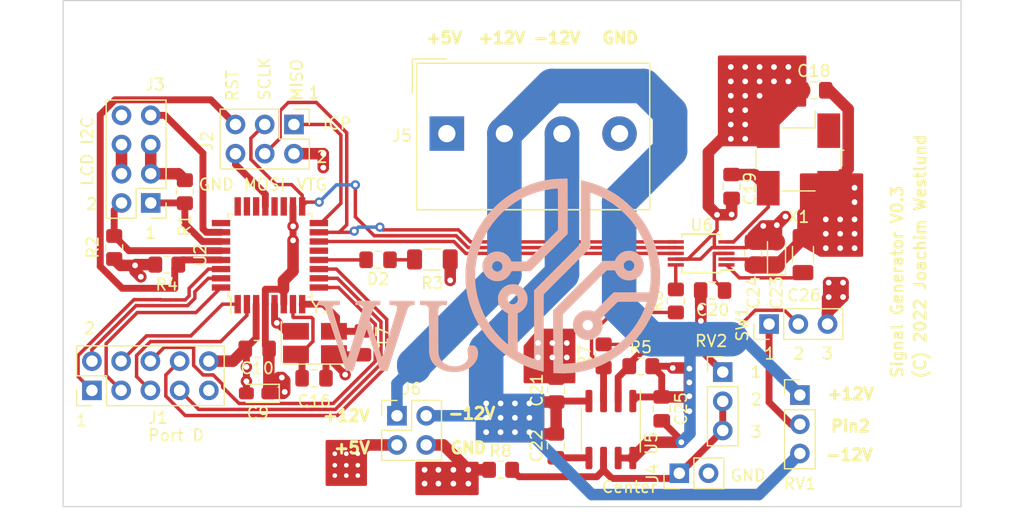
<source format=kicad_pcb>
(kicad_pcb (version 20211014) (generator pcbnew)
  (title_block (title "Signal Generator") (rev "0.3") (company "Joachim Westlund"))
  (layers (0 "F.Cu" signal) (1 "In1.Cu" power) (2 "In2.Cu" power) (31 "B.Cu" signal) (34 "B.Paste" user) (35 "F.Paste" user) (36 "B.SilkS" user "B.Silkscreen") (37 "F.SilkS" user "F.Silkscreen") (38 "B.Mask" user) (39 "F.Mask" user) (44 "Edge.Cuts" user))
  (net 0 "")
  (net 1 "+5V")
  (net 2 "GND")
  (net 3 "RESET")
  (net 4 "XTAL1")
  (net 5 "XTAL2")
  (net 6 "Net-(C19-Pad1)")
  (net 7 "Net-(C20-Pad1)")
  (net 8 "-12V")
  (net 9 "Net-(C22-Pad1)")
  (net 10 "+12V")
  (net 11 "Net-(C26-Pad1)")
  (net 12 "Net-(D2-Pad1)")
  (net 13 "Net-(D2-Pad2)")
  (net 14 "PD0")
  (net 15 "PD1")
  (net 16 "PD2")
  (net 17 "PD3")
  (net 18 "PD4")
  (net 19 "PD5")
  (net 20 "PD6")
  (net 21 "PD7")
  (net 22 "MISO")
  (net 23 "SCLK")
  (net 24 "MOSI")
  (net 25 "SDA")
  (net 26 "SCL")
  (net 27 "RX")
  (net 29 "Net-(J4-Pad1)")
  (net 30 "Net-(R5-Pad1)")
  (net 31 "Net-(R6-Pad1)")
  (net 32 "VOut")
  (net 33 "Net-(R7-Pad2)")
  (net 34 "Net-(RV1-Pad2)")
  (net 36 "FSYNC")
  (footprint "Connector_PinHeader_2.54mm:PinHeader_1x03_P2.54mm_Vertical" (layer "F.Cu") (at 184 108.775)
    (fp_text reference "RV1")
    (fp_text value "1k")
  )
  (footprint "Connector_PinHeader_2.54mm:PinHeader_1x03_P2.54mm_Vertical" (layer "F.Cu") (at 177.3 106.775)
    (fp_text reference "RV2")
    (fp_text value "25k")
  )
  (footprint "Connector_PinHeader_2.54mm:PinHeader_2x05_P2.54mm_Vertical" (layer "F.Cu") (at 122.50192 108.367377 90)
    (fp_text reference "J1")
    (fp_text value "Buss PD")
  )
  (footprint "Capacitor_SMD:C_0805_2012Metric_Pad1.18x1.45mm_HandSolder" (layer "F.Cu") (at 179.93916 96.446319 -90)
    (fp_text reference "C24")
    (fp_text value "100nF")
  )
  (footprint "MountingHole:MountingHole_3.2mm_M3" (layer "F.Cu") (at 124 114.475)
    (fp_text reference "REF**" hide)
    (fp_text value "MountingHole_3.2mm_M3")
  )
  (footprint "Resistor_SMD:R_1206_3216Metric_Pad1.30x1.75mm_HandSolder" (layer "F.Cu") (at 152.07692 96.982377)
    (fp_text reference "R3")
    (fp_text value "220")
  )
  (footprint "Connector_PinHeader_2.54mm:PinHeader_2x02_P2.54mm_Vertical" (layer "F.Cu") (at 149 110.575)
    (fp_text reference "J6")
    (fp_text value "Power")
  )
  (footprint "Connector_PinHeader_2.54mm:PinHeader_2x04_P2.54mm_Vertical" (layer "F.Cu") (at 127.61192 92.072377 180)
    (fp_text reference "J3")
    (fp_text value "I2C Display")
  )
  (footprint "Capacitor_SMD:C_0805_2012Metric_Pad1.18x1.45mm_HandSolder" (layer "F.Cu") (at 147.35692 97.012377 180)
    (fp_text reference "D2")
    (fp_text value "LED")
  )
  (footprint "Capacitor_SMD:C_0805_2012Metric_Pad1.18x1.45mm_HandSolder" (layer "F.Cu") (at 162.802255 113.192744 90)
    (fp_text reference "C22")
    (fp_text value "0nF")
  )
  (footprint "Capacitor_SMD:C_0805_2012Metric_Pad1.18x1.45mm_HandSolder" (layer "F.Cu") (at 178.06916 90.636319 -90)
    (fp_text reference "C19")
    (fp_text value "15pF")
  )
  (footprint "Capacitor_Tantalum_SMD:CP_EIA-2012-15_AVX-P_Pad1.30x1.05mm_HandSolder" (layer "F.Cu") (at 181.96916 96.436319 90)
    (fp_text reference "C23")
    (fp_text value "10uF")
  )
  (footprint "Capacitor_SMD:C_0805_2012Metric_Pad1.18x1.45mm_HandSolder" (layer "F.Cu") (at 176.41916 99.686319 180)
    (fp_text reference "C20")
    (fp_text value "100nF")
  )
  (footprint "Package_SO:MSOP-10_3x3mm_P0.5mm" (layer "F.Cu") (at 175.41916 96.456319 180)
    (fp_text reference "U6")
    (fp_text value "AD9833BRMZ")
  )
  (footprint "Capacitor_SMD:C_0805_2012Metric_Pad1.18x1.45mm_HandSolder" (layer "F.Cu") (at 141.79692 107.312377)
    (fp_text reference "C16")
    (fp_text value "22pF")
  )
  (footprint "Connector_PinHeader_2.54mm:PinHeader_1x02_P2.54mm_Vertical" (layer "F.Cu") (at 173.525 115.575 90)
    (fp_text reference "J4")
    (fp_text value "Conn_Coaxial")
  )
  (footprint "Resistor_SMD:R_0805_2012Metric_Pad1.20x1.40mm_HandSolder" (layer "F.Cu") (at 130.57692 91.092377 90)
    (fp_text reference "R1")
    (fp_text value "4.7k")
  )
  (footprint "Resistor_SMD:R_0805_2012Metric_Pad1.20x1.40mm_HandSolder" (layer "F.Cu") (at 170.177255 106.267744)
    (fp_text reference "R5")
    (fp_text value "1k")
  )
  (footprint "MountingHole:MountingHole_3.2mm_M3" (layer "F.Cu") (at 124 78.475)
    (fp_text reference "REF**" hide)
    (fp_text value "MountingHole_3.2mm_M3")
  )
  (footprint "Oscillator:Oscillator_SMD_Abracon_ASV-4Pin_7.0x5.1mm_HandSoldering" (layer "F.Cu") (at 183.87916 88.286319 180)
    (fp_text reference "X1")
    (fp_text value "Oscillator")
  )
  (footprint "MountingHole:MountingHole_3.2mm_M3" (layer "F.Cu") (at 194 114.475)
    (fp_text reference "REF**" hide)
    (fp_text value "MountingHole_3.2mm_M3")
  )
  (footprint "Resistor_SMD:R_0805_2012Metric_Pad1.20x1.40mm_HandSolder" (layer "F.Cu") (at 166.952255 105.367744 90)
    (fp_text reference "R7")
    (fp_text value "1k")
  )
  (footprint "Resistor_SMD:R_0805_2012Metric_Pad1.20x1.40mm_HandSolder" (layer "F.Cu") (at 158 115.275)
    (fp_text reference "R8")
    (fp_text value "50")
  )
  (footprint "TerminalBlock_Altech:Altech_AK300_1x04_P5.00mm_45-Degree" (layer "F.Cu") (at 153.33298 86.04202)
    (fp_text reference "J5")
    (fp_text value "Screw_Terminal_01x04")
  )
  (footprint "Capacitor_Tantalum_SMD:CP_EIA-2012-15_AVX-P_Pad1.30x1.05mm_HandSolder" (layer "F.Cu") (at 136.89692 108.622377 180)
    (fp_text reference "C9")
    (fp_text value "10uF")
  )
  (footprint "Capacitor_SMD:C_0805_2012Metric_Pad1.18x1.45mm_HandSolder" (layer "F.Cu") (at 146.03692 104.232377 -90)
    (fp_text reference "C17")
    (fp_text value "22pF")
  )
  (footprint "Connector_PinHeader_2.54mm:PinHeader_2x03_P2.54mm_Vertical" (layer "F.Cu") (at 140.05192 85.247377 -90)
    (fp_text reference "J2")
    (fp_text value "AVR-ICSP")
  )
  (footprint "Resistor_SMD:R_0805_2012Metric_Pad1.20x1.40mm_HandSolder" (layer "F.Cu") (at 173.227495 100.592504 90)
    (fp_text reference "R6")
    (fp_text value "1k")
  )
  (footprint "Capacitor_SMD:C_1206_3216Metric_Pad1.33x1.80mm_HandSolder" (layer "F.Cu") (at 184.26916 96.566319 90)
    (fp_text reference "C26")
    (fp_text value "10nF")
  )
  (footprint "Connector_PinHeader_2.54mm:PinHeader_1x03_P2.54mm_Vertical" (layer "F.Cu") (at 181.325 102.6 90)
    (fp_text reference "SW1")
    (fp_text value "SW_Push_SPDT")
  )
  (footprint "Crystal:Crystal_SMD_5032-4Pin_5.0x3.2mm Handsolder" (layer "F.Cu") (at 141.87692 104.232377)
    (fp_text reference "Y1")
    (fp_text value "Crystal_cfpx-104")
  )
  (footprint "Capacitor_SMD:C_0805_2012Metric_Pad1.18x1.45mm_HandSolder" (layer "F.Cu") (at 136.85692 104.762377 180)
    (fp_text reference "C10")
    (fp_text value "100nF")
  )
  (footprint "MountingHole:MountingHole_3.2mm_M3" (layer "F.Cu") (at 194 78.475)
    (fp_text reference "REF**" hide)
    (fp_text value "MountingHole_3.2mm_M3")
  )
  (footprint "Capacitor_SMD:C_0805_2012Metric_Pad1.18x1.45mm_HandSolder" (layer "F.Cu") (at 172 109.975 -90)
    (fp_text reference "C25")
    (fp_text value "100nF")
  )
  (footprint "Capacitor_SMD:C_0805_2012Metric_Pad1.18x1.45mm_HandSolder" (layer "F.Cu") (at 185.20916 82.276319)
    (fp_text reference "C18")
    (fp_text value "100nF")
  )
  (footprint "Package_QFP:TQFP-32_7x7mm_P0.8mm" (layer "F.Cu") (at 137.96692 96.622377 90)
    (fp_text reference "U2")
    (fp_text value "ATmega328-A")
  )
  (footprint "Resistor_SMD:R_0805_2012Metric_Pad1.20x1.40mm_HandSolder" (layer "F.Cu") (at 129.00692 97.432377 180)
    (fp_text reference "R4")
    (fp_text value "4.7k")
  )
  (footprint "Resistor_SMD:R_0805_2012Metric_Pad1.20x1.40mm_HandSolder" (layer "F.Cu") (at 124.43692 95.942377 -90)
    (fp_text reference "R2")
    (fp_text value "4.7k")
  )
  (footprint "Capacitor_SMD:C_0805_2012Metric_Pad1.18x1.45mm_HandSolder" (layer "F.Cu") (at 162.827255 108.342744 90)
    (fp_text reference "C21")
    (fp_text value "100nF")
  )
  (footprint "Package_SO:SOIC-8_3.9x4.9mm_P1.27mm" (layer "F.Cu") (at 167.581255 111.772744 -90)
    (fp_text reference "U5")
    (fp_text value "AD8021")
  )
  (footprint "LOGO" (layer "B.Cu") (at 157 98.375 180)
    (fp_text reference "")
    (fp_text value "" hide)
  )
  (gr_line (start 198 118.475) (end 120 118.475) (layer "Edge.Cuts") (width 0.1))
  (gr_line (start 198 74.475) (end 198 118.475) (layer "Edge.Cuts") (width 0.1))
  (gr_line (start 120 118.475) (end 120 74.475) (layer "Edge.Cuts") (width 0.1))
  (gr_line (start 120 74.475) (end 198 74.475) (layer "Edge.Cuts") (width 0.1))
  (gr_text "1" (at 180.2 106.775) (layer "F.SilkS") (effects (font (size 1 1))))
  (gr_text "2" (at 122.3 102.975) (layer "F.SilkS") (effects (font (size 1 1))))
  (gr_text "2" (at 122.5 92.175) (layer "F.SilkS") (effects (font (size 1 1))))
  (gr_text "3" (at 180.2 111.975) (layer "F.SilkS") (effects (font (size 1 1))))
  (gr_text "MOSI" (at 137.5 90.475) (layer "F.SilkS") (effects (font (size 1 1))))
  (gr_text "GND" (at 155.2 113.375) (layer "F.SilkS") (effects (font (size 1 1) (thickness 0.25))))
  (gr_text "(C) 2022 Joachim Westlund" (at 194.45 96.725 90) (layer "F.SilkS") (effects (font (size 1 1) (thickness 0.2))))
  (gr_text "-12V" (at 155.5 110.375) (layer "F.SilkS") (effects (font (size 1 1) (thickness 0.25))))
  (gr_text "GND" (at 179.5 115.775) (layer "F.SilkS") (effects (font (size 1 1))))
  (gr_text "1" (at 141.8 82.475) (layer "F.SilkS") (effects (font (size 1 1))))
  (gr_text "RST" (at 134.7 81.875 90) (layer "F.SilkS") (effects (font (size 1 1))))
  (gr_text "Center" (at 169.2 116.775) (layer "F.SilkS") (effects (font (size 1 1))))
  (gr_text "1" (at 127.6 94.675) (layer "F.SilkS") (effects (font (size 1 1))))
  (gr_text "GND" (at 168.4 77.725) (layer "F.SilkS") (effects (font (size 1 1) (thickness 0.25))))
  (gr_text "ICP" (at 143.8 85.175) (layer "F.SilkS") (effects (font (size 1 1))))
  (gr_text "1" (at 181.4 105.175) (layer "F.SilkS") (effects (font (size 1 1))))
  (gr_text "-12V" (at 188.3 113.975) (layer "F.SilkS") (effects (font (size 1 1) (thickness 0.25))))
  (gr_text "+5V" (at 153.1 77.725) (layer "F.SilkS") (effects (font (size 1 1) (thickness 0.25))))
  (gr_text "1" (at 121.6 110.975) (layer "F.SilkS") (effects (font (size 1 1))))
  (gr_text "MISO" (at 140.3 81.375 90) (layer "F.SilkS") (effects (font (size 1 1))))
  (gr_text "3" (at 186.4 105.175) (layer "F.SilkS") (effects (font (size 1 1))))
  (gr_text "2" (at 183.9 105.175) (layer "F.SilkS") (effects (font (size 1 1))))
  (gr_text "Pin2" (at 188.4 111.475) (layer "F.SilkS") (effects (font (size 1 1) (thickness 0.25))))
  (gr_text "2" (at 142.5 88.075) (layer "F.SilkS") (effects (font (size 1 1))))
  (gr_text "2" (at 180.2 109.175) (layer "F.SilkS") (effects (font (size 1 1))))
  (gr_text "LCD I2C" (at 122.1 87.575 90) (layer "F.SilkS") (effects (font (size 1 1))))
  (gr_text "Port D" (at 129.8 112.275) (layer "F.SilkS") (effects (font (size 1 1))))
  (gr_text "GND" (at 133.3 90.475) (layer "F.SilkS") (effects (font (size 1 1))))
  (gr_text "VTG" (at 141.6 90.475) (layer "F.SilkS") (effects (font (size 1 1))))
  (gr_text "+12V" (at 158.1 77.725) (layer "F.SilkS") (effects (font (size 1 1) (thickness 0.25))))
  (gr_text "+5V" (at 145.1 113.375) (layer "F.SilkS") (effects (font (size 1 1) (thickness 0.25))))
  (gr_text "Signal Generator V0.3" (at 192.45 98.925 90) (layer "F.SilkS") (effects (font (size 1 1) (thickness 0.2))))
  (gr_text "+12V" (at 144.6 110.575) (layer "F.SilkS") (effects (font (size 1 1) (thickness 0.25))))
  (gr_text "+12V" (at 188.4 108.675) (layer "F.SilkS") (effects (font (size 1 1) (thickness 0.25))))
  (gr_text "SCLK" (at 137.5 81.275 90) (layer "F.SilkS") (effects (font (size 1 1))))
  (gr_text "-12V" (at 162.9 77.725) (layer "F.SilkS") (effects (font (size 1 1) (thickness 0.25))))
  (segment (start 137.87192 108.622377) (end 139.127623 108.622377) (width 1) (layer "F.Cu") (net 1))
  (segment (start 137.56692 99.598355) (end 137.56692 100.872377) (width 0.6) (layer "F.Cu") (net 1))
  (segment (start 130.01692 89.532377) (end 130.57692 90.092377) (width 1) (layer "F.Cu") (net 1))
  (segment (start 126.25 97.5) (end 126.25 97.990357) (width 1) (layer "F.Cu") (net 1))
  (segment (start 149 113.115) (end 146.36 113.115) (width 1) (layer "F.Cu") (net 1))
  (segment (start 139.127623 108.622377) (end 139.25 108.5) (width 1) (layer "F.Cu") (net 1))
  (segment (start 186.5 90.795479) (end 186.50916 90.786319) (width 1) (layer "F.Cu") (net 1))
  (segment (start 179.96214 97.460839) (end 181.96916 97.460839) (width 1.5) (layer "F.Cu") (net 1))
  (segment (start 139.96692 92.372377) (end 139.96692 94.09192) (width 0.6) (layer "F.Cu") (net 1))
  (segment (start 137.87192 108.12808) (end 137.87192 104.784877) (width 1) (layer "F.Cu") (net 1))
  (segment (start 126.25 97.990357) (end 126.75 98.490357) (width 1) (layer "F.Cu") (net 1))
  (segment (start 137.592409 99.572866) (end 137.56692 99.598355) (width 0.6) (layer "F.Cu") (net 1))
  (segment (start 188.198671 83.917711) (end 186.557279 82.276319) (width 1) (layer "F.Cu") (net 1))
  (segment (start 139.96692 94.09192) (end 139.975 94.1) (width 0.6) (layer "F.Cu") (net 1))
  (segment (start 182.06909 97.411319) (end 181.96916 97.411319) (width 1) (layer "F.Cu") (net 1))
  (segment (start 140.05192 87.787377) (end 142.587377 87.787377) (width 1) (layer "F.Cu") (net 1))
  (segment (start 139.975 94.1) (end 139.975 95.325) (width 0.6) (layer "F.Cu") (net 1))
  (segment (start 142.6 87.8) (end 142.6 89) (width 1) (layer "F.Cu") (net 1))
  (segment (start 177.61916 96.956319) (end 179.41166 96.956319) (width 0.3) (layer "F.Cu") (net 1))
  (segment (start 184.26916 95.003819) (end 184.26916 95.211249) (width 1) (layer "F.Cu") (net 1))
  (segment (start 139.25 107.5) (end 139 107.25) (width 1) (layer "F.Cu") (net 1))
  (segment (start 127.61192 89.532377) (end 130.01692 89.532377) (width 1) (layer "F.Cu") (net 1))
  (segment (start 184.26916 93.026319) (end 186.50916 90.786319) (width 1) (layer "F.Cu") (net 1))
  (segment (start 184.26916 95.003819) (end 184.26916 93.026319) (width 1) (layer "F.Cu") (net 1))
  (segment (start 179.93916 97.483819) (end 179.96214 97.460839) (width 1.5) (layer "F.Cu") (net 1))
  (segment (start 186.557279 82.276319) (end 186.24666 82.276319) (width 1) (layer "F.Cu") (net 1))
  (segment (start 137.87192 108.12808) (end 138.75 107.25) (width 1) (layer "F.Cu") (net 1))
  (segment (start 126.317623 97.432377) (end 126.25 97.5) (width 1) (layer "F.Cu") (net 1))
  (segment (start 124.43692 96.942377) (end 124.994543 97.5) (width 1) (layer "F.Cu") (net 1))
  (segment (start 146.36 113.115) (end 145.6 113.875) (width 1) (layer "F.Cu") (net 1))
  (segment (start 139.16692 100.872377) (end 139.16692 99.598355) (width 0.6) (layer "F.Cu") (net 1))
  (segment (start 184.26916 95.211249) (end 182.06909 97.411319) (width 1) (layer "F.Cu") (net 1))
  (segment (start 127.61192 86.992377) (end 127.61192 89.532377) (width 1) (layer "F.Cu") (net 1))
  (segment (start 139.16692 99.598355) (end 139.141431 99.572866) (width 0.6) (layer "F.Cu") (net 1))
  (segment (start 139.975 95.325) (end 139.975 97.995732) (width 1) (layer "F.Cu") (net 1))
  (segment (start 138.75 107.25) (end 139 107.25) (width 1) (layer "F.Cu") (net 1))
  (segment (start 139.25 108.5) (end 139.25 107.5) (width 1) (layer "F.Cu") (net 1))
  (segment (start 137.56692 100.872377) (end 137.56692 104.434877) (width 0.6) (layer "F.Cu") (net 1))
  (segment (start 142.587377 87.787377) (end 142.6 87.8) (width 1) (layer "F.Cu") (net 1))
  (segment (start 179.41166 96.956319) (end 179.93916 97.483819) (width 0.3) (layer "F.Cu") (net 1))
  (segment (start 137.87192 104.784877) (end 137.89442 104.762377) (width 1) (layer "F.Cu") (net 1))
  (segment (start 137.87192 108.622377) (end 137.87192 108.12808) (width 1) (layer "F.Cu") (net 1))
  (segment (start 137.56692 104.434877) (end 137.89442 104.762377) (width 0.6) (layer "F.Cu") (net 1))
  (segment (start 124.994543 97.5) (end 126.25 97.5) (width 1) (layer "F.Cu") (net 1))
  (segment (start 128.00692 97.432377) (end 126.317623 97.432377) (width 1) (layer "F.Cu") (net 1))
  (segment (start 139.141431 99.572866) (end 137.592409 99.572866) (width 0.6) (layer "F.Cu") (net 1))
  (segment (start 139.141431 98.829301) (end 139.141431 99.572866) (width 1) (layer "F.Cu") (net 1))
  (segment (start 188.198671 89.096808) (end 188.198671 83.917711) (width 1) (layer "F.Cu") (net 1))
  (segment (start 139.975 97.995732) (end 139.141431 98.829301) (width 1) (layer "F.Cu") (net 1))
  (segment (start 186.50916 90.786319) (end 188.198671 89.096808) (width 1) (layer "F.Cu") (net 1))
  (via blind (at 143.6 115.775) (size 0.8) (drill 0.4) (layers "F.Cu" "In2.Cu") (net 1))
  (via blind (at 188.75 96) (size 1) (drill 0.5) (layers "F.Cu" "In2.Cu") (net 1))
  (via blind (at 139.25 108.5) (size 1) (drill 0.5) (layers "F.Cu" "In2.Cu") (net 1))
  (via blind (at 187.5 94.75) (size 1) (drill 0.5) (layers "F.Cu" "In2.Cu") (net 1))
  (via blind (at 145.6 113.875) (size 0.8) (drill 0.4) (layers "F.Cu" "In2.Cu") (net 1))
  (via blind (at 145.6 114.875) (size 0.8) (drill 0.4) (layers "F.Cu" "In2.Cu") (net 1))
  (via blind (at 187.5 96) (size 1) (drill 0.5) (layers "F.Cu" "In2.Cu") (net 1))
  (via blind (at 142.6 87.8) (size 1) (drill 0.5) (layers "F.Cu" "In2.Cu") (net 1))
  (via blind (at 188.75 92) (size 1) (drill 0.5) (layers "F.Cu" "In2.Cu") (net 1))
  (via blind (at 188.75 93.5) (size 1) (drill 0.5) (layers "F.Cu" "In2.Cu") (net 1))
  (via blind (at 144.6 113.875) (size 0.8) (drill 0.4) (layers "F.Cu" "In2.Cu") (net 1))
  (via blind (at 186.25 96) (size 1) (drill 0.5) (layers "F.Cu" "In2.Cu") (net 1))
  (via blind (at 144.6 114.875) (size 0.8) (drill 0.4) (layers "F.Cu" "In2.Cu") (net 1))
  (via blind (at 139.975 95.325) (size 1) (drill 0.5) (layers "F.Cu" "In2.Cu") (net 1))
  (via blind (at 188.75 90.75) (size 1) (drill 0.5) (layers "F.Cu" "In2.Cu") (net 1))
  (via blind (at 143.6 114.875) (size 0.8) (drill 0.4) (layers "F.Cu" "In2.Cu") (net 1))
  (via blind (at 142.6 89) (size 1) (drill 0.5) (layers "F.Cu" "In2.Cu") (net 1))
  (via blind (at 186.25 94.75) (size 1) (drill 0.5) (layers "F.Cu" "In2.Cu") (net 1))
  (via blind (at 126.25 97.5) (size 1) (drill 0.5) (layers "F.Cu" "In2.Cu") (net 1))
  (via blind (at 187.5 93.5) (size 1) (drill 0.5) (layers "F.Cu" "In2.Cu") (net 1))
  (via blind (at 188.75 94.75) (size 1) (drill 0.5) (layers "F.Cu" "In2.Cu") (net 1))
  (via blind (at 145.6 115.775) (size 0.8) (drill 0.4) (layers "F.Cu" "In2.Cu") (net 1))
  (via blind (at 139.975 94.1) (size 1) (drill 0.5) (layers "F.Cu" "In2.Cu") (net 1))
  (via blind (at 144.6 115.775) (size 0.8) (drill 0.4) (layers "F.Cu" "In2.Cu") (net 1))
  (via blind (at 186.25 93.5) (size 1) (drill 0.5) (layers "F.Cu" "In2.Cu") (net 1))
  (via blind (at 139 107.25) (size 1) (drill 0.5) (layers "F.Cu" "In2.Cu") (net 1))
  (via blind (at 126.75 98.490357) (size 1) (drill 0.5) (layers "F.Cu" "In2.Cu") (net 1))
  (via blind (at 143.6 113.875) (size 0.8) (drill 0.4) (layers "F.Cu" "In2.Cu") (net 1))
  (segment (start 187.75 99) (end 186.5 100.25) (width 1) (layer "F.Cu") (net 2))
  (segment (start 135.92192 107.57808) (end 135.92192 106.32808) (width 0.6) (layer "F.Cu") (net 2))
  (segment (start 178.05 93.1) (end 178.075 93.075) (width 1) (layer "F.Cu") (net 2))
  (segment (start 181.96916 95.21916) (end 180.819516 94.069516) (width 1) (layer "F.Cu") (net 2))
  (segment (start 176.05 92.35) (end 176.05 87.675) (width 1) (layer "F.Cu") (net 2))
  (segment (start 146.03692 105.269877) (end 143.56442 105.269877) (width 0.6) (layer "F.Cu") (net 2))
  (segment (start 175.38166 99.686319) (end 175.38166 101.15666) (width 1) (layer "F.Cu") (net 2))
  (segment (start 181.91666 95.408819) (end 181.96916 95.461319) (width 1.5) (layer "F.Cu") (net 2))
  (segment (start 176.569649 94.654851) (end 176.8 94.424501) (width 0.3) (layer "F.Cu") (net 2))
  (segment (start 175.363711 96.956319) (end 176.363711 95.956319) (width 0.3) (layer "F.Cu") (net 2))
  (segment (start 174.4 107.675) (end 174.4 108.875) (width 1) (layer "F.Cu") (net 2))
  (segment (start 135.92192 106.32808) (end 135.92192 104.864877) (width 0.6) (layer "F.Cu") (net 2))
  (segment (start 174.3375 108.9375) (end 174.4 108.875) (width 1) (layer "F.Cu") (net 2))
  (segment (start 172.955251 106.419749) (end 174.344749 106.419749) (width 1) (layer "F.Cu") (net 2))
  (segment (start 176.569649 95.95583) (end 176.569649 94.654851) (width 0.3) (layer "F.Cu") (net 2))
  (segment (start 174.4 106.475) (end 174.4 107.675) (width 1) (layer "F.Cu") (net 2))
  (segment (start 143.56442 105.269877) (end 143.52692 105.232377) (width 0.6) (layer "F.Cu") (net 2))
  (segment (start 186.405 101.595) (end 187.75 100.25) (width 1) (layer "F.Cu") (net 2))
  (segment (start 175.4 101.175) (end 175.4 102.15) (width 1) (layer "F.Cu") (net 2))
  (segment (start 177.225 86.5) (end 178 86.5) (width 1) (layer "F.Cu") (net 2))
  (segment (start 125.07192 86.992377) (end 125.07192 89.532377) (width 1) (layer "F.Cu") (net 2))
  (segment (start 179.39166 95.956319) (end 179.93916 95.408819) (width 0.3) (layer "F.Cu") (net 2))
  (segment (start 181.96916 94.28084) (end 181.96916 94.03084) (width 1) (layer "F.Cu") (net 2))
  (segment (start 173.21916 96.956319) (end 175.363711 96.956319) (width 0.3) (layer "F.Cu") (net 2))
  (segment (start 174.268182 96.956319) (end 176.8 94.424501) (width 0.3) (layer "F.Cu") (net 2))
  (segment (start 186.405 100.345) (end 186.5 100.25) (width 1) (layer "F.Cu") (net 2))
  (segment (start 142.83442 105.924877) (end 143.52692 105.232377) (width 0.6) (layer "F.Cu") (net 2))
  (segment (start 138.36692 102.3005) (end 138.56642 102.5) (width 0.6) (layer "F.Cu") (net 2))
  (segment (start 181.96916 95.461319) (end 181.96916 94.28084) (width 1) (layer "F.Cu") (net 2))
  (segment (start 178.075 91.679659) (end 178.06916 91.673819) (width 1) (layer "F.Cu") (net 2))
  (segment (start 153.62692 98.79808) (end 153.625 98.8) (width 1) (layer "F.Cu") (net 2))
  (segment (start 176.8 93.1) (end 178.05 93.1) (width 1) (layer "F.Cu") (net 2))
  (segment (start 179.93916 95.408819) (end 181.91666 95.408819) (width 1.5) (layer "F.Cu") (net 2))
  (segment (start 172 108.9375) (end 169.846499 108.9375) (width 0.6) (layer "F.Cu") (net 2))
  (segment (start 151.54 113.115) (end 153.04 113.115) (width 1) (layer "F.Cu") (net 2))
  (segment (start 172.803246 106.267744) (end 172.955251 106.419749) (width 0.6) (layer "F.Cu") (net 2))
  (segment (start 186.5 99) (end 187.5 99) (width 1) (layer "F.Cu") (net 2))
  (segment (start 143.52692 105.232377) (end 143.52692 106.02692) (width 0.6) (layer "F.Cu") (net 2))
  (segment (start 186.5 100.25) (end 187.5 100.25) (width 1) (layer "F.Cu") (net 2))
  (segment (start 153.62692 96.982377) (end 153.62692 98.79808) (width 1) (layer "F.Cu") (net 2))
  (segment (start 181.930484 94.069516) (end 182 94) (width 1) (layer "F.Cu") (net 2))
  (segment (start 135.92192 104.864877) (end 135.81942 104.762377) (width 0.6) (layer "F.Cu") (net 2))
  (segment (start 176.570138 95.956319) (end 176.569649 95.95583) (width 0.3) (layer "F.Cu") (net 2))
  (segment (start 172 108.9375) (end 174.3375 108.9375) (width 1) (layer "F.Cu") (net 2))
  (segment (start 134.97192 88.72192) (end 134.97192 87.787377) (width 0.6) (layer "F.Cu") (net 2))
  (segment (start 172 107.090489) (end 171.177255 106.267744) (width 0.6) (layer "F.Cu") (net 2))
  (segment (start 134.75442 105.827377) (end 135.81942 104.762377) (width 1) (layer "F.Cu") (net 2))
  (segment (start 173.21916 96.956319) (end 174.268182 96.956319) (width 0.3) (layer "F.Cu") (net 2))
  (segment (start 182 94) (end 182.75 93.25) (width 1) (layer "F.Cu") (net 2))
  (segment (start 176.8 94.424501) (end 176.8 93.1) (width 0.3) (layer "F.Cu") (net 2))
  (segment (start 180.819516 94.069516) (end 181.930484 94.069516) (width 1) (layer "F.Cu") (net 2))
  (segment (start 142.83442 107.312377) (end 142.83442 105.924877) (width 0.6) (layer "F.Cu") (net 2))
  (segment (start 178.075 93.075) (end 178.075 91.679659) (width 1) (layer "F.Cu") (net 2))
  (segment (start 171.177255 106.267744) (end 172.803246 106.267744) (width 0.6) (layer "F.Cu") (net 2))
  (segment (start 186.405 102.6) (end 186.405 101.595) (width 1) (layer "F.Cu") (net 2))
  (segment (start 187.75 100.25) (end 187.75 99) (width 1) (layer "F.Cu") (net 2))
  (segment (start 174.344749 106.419749) (end 174.4 106.475) (width 1) (layer "F.Cu") (net 2))
  (segment (start 176.8 93.1) (end 176.05 92.35) (width 1) (layer "F.Cu") (net 2))
  (segment (start 186.405 102.6) (end 186.405 100.345) (width 1) (layer "F.Cu") (net 2))
  (segment (start 175.38166 101.15666) (end 175.4 101.175) (width 1) (layer "F.Cu") (net 2))
  (segment (start 136.76692 100.872377) (end 136.76692 103.814877) (width 0.6) (layer "F.Cu") (net 2))
  (segment (start 181.96916 94.03084) (end 182 94) (width 1) (layer "F.Cu") (net 2))
  (segment (start 137.56692 91.31692) (end 134.97192 88.72192) (width 0.6) (layer "F.Cu") (net 2))
  (segment (start 181.24916 85.198819) (end 184.17166 82.276319) (width 1.5) (layer "F.Cu") (net 2))
  (segment (start 179.93916 94.949872) (end 180.819516 94.069516) (width 1) (layer "F.Cu") (net 2))
  (segment (start 177.61916 95.956319) (end 176.570138 95.956319) (width 0.3) (layer "F.Cu") (net 2))
  (segment (start 186.5 100.25) (end 186.5 99) (width 1) (layer "F.Cu") (net 2))
  (segment (start 176.05 87.675) (end 177.225 86.5) (width 1) (layer "F.Cu") (net 2))
  (segment (start 135.92192 108.622377) (end 135.92192 107.57808) (width 0.6) (layer "F.Cu") (net 2))
  (segment (start 139.298797 103.232377) (end 138.56642 102.5) (width 0.6) (layer "F.Cu") (net 2))
  (segment (start 179.93916 95.408819) (end 179.93916 94.949872) (width 1) (layer "F.Cu") (net 2))
  (segment (start 143.52692 106.02692) (end 144.5 107) (width 0.6) (layer "F.Cu") (net 2))
  (segment (start 174.4 108.875) (end 174.4 110.175) (width 1) (layer "F.Cu") (net 2))
  (segment (start 153.04 113.115) (end 155.2 115.275) (width 1) (layer "F.Cu") (net 2))
  (segment (start 136.76692 103.814877) (end 135.81942 104.762377) (width 0.6) (layer "F.Cu") (net 2))
  (segment (start 169.846499 108.9375) (end 169.486255 109.297744) (width 0.6) (layer "F.Cu") (net 2))
  (segment (start 172 108.9375) (end 172 107.090489) (width 0.6) (layer "F.Cu") (net 2))
  (segment (start 132.66192 105.827377) (end 134.75442 105.827377) (width 1) (layer "F.Cu") (net 2))
  (segment (start 177.61916 95.956319) (end 179.39166 95.956319) (width 0.3) (layer "F.Cu") (net 2))
  (segment (start 138.36692 100.872377) (end 138.36692 102.3005) (width 0.6) (layer "F.Cu") (net 2))
  (segment (start 157 115.275) (end 155.2 115.275) (width 1) (layer "F.Cu") (net 2))
  (segment (start 181.96916 95.461319) (end 181.96916 95.21916) (width 1) (layer "F.Cu") (net 2))
  (segment (start 181.24916 85.786319) (end 181.24916 85.198819) (width 1.5) (layer "F.Cu") (net 2))
  (segment (start 176.363711 95.956319) (end 177.61916 95.956319) (width 0.3) (layer "F.Cu") (net 2))
  (segment (start 137.56692 92.372377) (end 137.56692 91.31692) (width 0.6) (layer "F.Cu") (net 2))
  (via blind (at 186.5 100.25) (size 1) (drill 0.5) (layers "F.Cu" "In1.Cu") (net 2))
  (via blind (at 181.75 81.5) (size 1) (drill 0.5) (layers "F.Cu" "In1.Cu") (net 2))
  (via blind (at 182 94) (size 1) (drill 0.5) (layers "F.Cu" "In1.Cu") (net 2))
  (via blind (at 161.25 105.5) (size 1) (drill 0.5) (layers "F.Cu" "In1.Cu") (net 2))
  (via blind (at 163.75 104.25) (size 1) (drill 0.5) (layers "F.Cu" "In1.Cu") (net 2))
  (via blind (at 153.625 98.8) (size 1) (drill 0.5) (layers "F.Cu" "In1.Cu") (net 2))
  (via blind (at 179.25 80.25) (size 1) (drill 0.5) (layers "F.Cu" "In1.Cu") (net 2))
  (via blind (at 178 86.5) (size 1) (drill 0.5) (layers "F.Cu" "In1.Cu") (net 2))
  (via blind (at 182.75 93.25) (size 1) (drill 0.5) (layers "F.Cu" "In1.Cu") (net 2))
  (via blind (at 161.25 104.25) (size 1) (drill 0.5) (layers "F.Cu" "In1.Cu") (net 2))
  (via blind (at 155.2 115.275) (size 1) (drill 0.5) (layers "F.Cu" "In1.Cu") (net 2))
  (via blind (at 180.5 80.25) (size 1) (drill 0.5) (layers "F.Cu" "In1.Cu") (net 2))
  (via blind (at 135.92192 107.57808) (size 1) (drill 0.5) (layers "F.Cu" "In1.Cu") (net 2))
  (via blind (at 152.6 115.275) (size 1) (drill 0.5) (layers "F.Cu" "In1.Cu") (net 2))
  (via blind (at 178 81.5) (size 1) (drill 0.5) (layers "F.Cu" "In1.Cu") (net 2))
  (via blind (at 179.25 85.25) (size 1) (drill 0.5) (layers "F.Cu" "In1.Cu") (net 2))
  (via blind (at 174.4 106.475) (size 1) (drill 0.5) (layers "F.Cu" "In1.Cu") (net 2))
  (via blind (at 135.92192 106.32808) (size 1) (drill 0.5) (layers "F.Cu" "In1.Cu") (net 2))
  (via blind (at 183 81.5) (size 1) (drill 0.5) (layers "F.Cu" "In1.Cu") (net 2))
  (via blind (at 178 84) (size 1) (drill 0.5) (layers "F.Cu" "In1.Cu") (net 2))
  (via blind (at 183 80.25) (size 1) (drill 0.5) (layers "F.Cu" "In1.Cu") (net 2))
  (via blind (at 144.5 107) (size 1) (drill 0.5) (layers "F.Cu" "In1.Cu") (net 2))
  (via blind (at 178.075 93.075) (size 1) (drill 0.5) (layers "F.Cu" "In1.Cu") (net 2))
  (via blind (at 174.4 107.675) (size 1) (drill 0.5) (layers "F.Cu" "In1.Cu") (net 2))
  (via blind (at 180.5 82.75) (size 1) (drill 0.5) (layers "F.Cu" "In1.Cu") (net 2))
  (via blind (at 187.75 100.25) (size 1) (drill 0.5) (layers "F.Cu" "In1.Cu") (net 2))
  (via blind (at 178 85.25) (size 1) (drill 0.5) (layers "F.Cu" "In1.Cu") (net 2))
  (via blind (at 175.4 101.175) (size 1) (drill 0.5) (layers "F.Cu" "In1.Cu") (net 2))
  (via blind (at 178 80.25) (size 1) (drill 0.5) (layers "F.Cu" "In1.Cu") (net 2))
  (via blind (at 187.75 99) (size 1) (drill 0.5) (layers "F.Cu" "In1.Cu") (net 2))
  (via blind (at 152.6 116.475) (size 1) (drill 0.5) (layers "F.Cu" "In1.Cu") (net 2))
  (via blind (at 179.25 86.5) (size 1) (drill 0.5) (layers "F.Cu" "In1.Cu") (net 2))
  (via blind (at 172.955251 106.419749) (size 1) (drill 0.5) (layers "F.Cu" "In1.Cu") (net 2))
  (via blind (at 138.56642 102.5) (size 1) (drill 0.5) (layers "F.Cu" "In1.Cu") (net 2))
  (via blind (at 163.75 105.5) (size 1) (drill 0.5) (layers "F.Cu" "In1.Cu") (net 2))
  (via blind (at 162.5 104.25) (size 1) (drill 0.5) (layers "F.Cu" "In1.Cu") (net 2))
  (via blind (at 179.25 82.75) (size 1) (drill 0.5) (layers "F.Cu" "In1.Cu") (net 2))
  (via blind (at 180.5 81.5) (size 1) (drill 0.5) (layers "F.Cu" "In1.Cu") (net 2))
  (via blind (at 176.8 93.1) (size 1) (drill 0.5) (layers "F.Cu" "In1.Cu") (net 2))
  (via blind (at 179.25 81.5) (size 1) (drill 0.5) (layers "F.Cu" "In1.Cu") (net 2))
  (via blind (at 151.4 116.475) (size 1) (drill 0.5) (layers "F.Cu" "In1.Cu") (net 2))
  (via blind (at 162.5 105.5) (size 1) (drill 0.5) (layers "F.Cu" "In1.Cu") (net 2))
  (via blind (at 155.2 116.475) (size 1) (drill 0.5) (layers "F.Cu" "In1.Cu") (net 2))
  (via blind (at 153.9 116.475) (size 1) (drill 0.5) (layers "F.Cu" "In1.Cu") (net 2))
  (via blind (at 153.9 115.275) (size 1) (drill 0.5) (layers "F.Cu" "In1.Cu") (net 2))
  (via blind (at 179.25 84) (size 1) (drill 0.5) (layers "F.Cu" "In1.Cu") (net 2))
  (via blind (at 181.75 80.25) (size 1) (drill 0.5) (layers "F.Cu" "In1.Cu") (net 2))
  (via blind (at 151.4 115.275) (size 1) (drill 0.5) (layers "F.Cu" "In1.Cu") (net 2))
  (via blind (at 178 82.75) (size 1) (drill 0.5) (layers "F.Cu" "In1.Cu") (net 2))
  (via blind (at 174.4 108.875) (size 1) (drill 0.5) (layers "F.Cu" "In1.Cu") (net 2))
  (via blind (at 174.4 110.175) (size 1) (drill 0.5) (layers "F.Cu" "In1.Cu") (net 2))
  (via blind (at 186.5 99) (size 1) (drill 0.5) (layers "F.Cu" "In1.Cu") (net 2))
  (via blind (at 175.4 102.325) (size 1) (drill 0.5) (layers "F.Cu" "In1.Cu") (net 2))
  (via blind (at 180.819516 94.069516) (size 1) (drill 0.5) (layers "F.Cu" "In1.Cu") (net 2))
  (segment (start 129.69692 99.489877) (end 129.69692 97.742377) (width 0.6) (layer "F.Cu") (net 3))
  (segment (start 124.512933 83.102866) (end 123.22692 84.388879) (width 0.6) (layer "F.Cu") (net 3))
  (segment (start 125.124439 99.489877) (end 129.69692 99.489877) (width 0.6) (layer "F.Cu") (net 3))
  (segment (start 134.97192 85.247377) (end 132.827409 83.102866) (width 0.6) (layer "F.Cu") (net 3))
  (segment (start 133.71692 97.022377) (end 130.41692 97.022377) (width 0.6) (layer "F.Cu") (net 3))
  (segment (start 123.22692 97.592358) (end 125.124439 99.489877) (width 0.6) (layer "F.Cu") (net 3))
  (segment (start 130.41692 97.022377) (end 130.00692 97.432377) (width 0.6) (layer "F.Cu") (net 3))
  (segment (start 132.827409 83.102866) (end 124.512933 83.102866) (width 0.6) (layer "F.Cu") (net 3))
  (segment (start 123.22692 84.388879) (end 123.22692 97.592358) (width 0.6) (layer "F.Cu") (net 3))
  (segment (start 129.69692 97.742377) (end 130.00692 97.432377) (width 0.6) (layer "F.Cu") (net 3))
  (segment (start 141.565453 102.021888) (end 141.701431 102.157866) (width 0.3) (layer "F.Cu") (net 4))
  (segment (start 139.96692 101.972377) (end 140.016431 102.021888) (width 0.3) (layer "F.Cu") (net 4))
  (segment (start 140.016431 102.021888) (end 141.565453 102.021888) (width 0.3) (layer "F.Cu") (net 4))
  (segment (start 141.701431 104.105457) (end 140.574511 105.232377) (width 0.3) (layer "F.Cu") (net 4))
  (segment (start 140.75942 105.764877) (end 140.22692 105.232377) (width 0.6) (layer "F.Cu") (net 4))
  (segment (start 141.701431 102.157866) (end 141.701431 104.105457) (width 0.3) (layer "F.Cu") (net 4))
  (segment (start 139.96692 100.872377) (end 139.96692 101.972377) (width 0.3) (layer "F.Cu") (net 4))
  (segment (start 140.75942 107.312377) (end 140.75942 105.764877) (width 0.6) (layer "F.Cu") (net 4))
  (segment (start 140.574511 105.232377) (end 140.22692 105.232377) (width 0.3) (layer "F.Cu") (net 4))
  (segment (start 143.75 103.009297) (end 143.52692 103.232377) (width 0.6) (layer "F.Cu") (net 5))
  (segment (start 143.52692 103.232377) (end 145.99942 103.232377) (width 0.6) (layer "F.Cu") (net 5))
  (segment (start 142.622377 100.872377) (end 143.75 102) (width 0.6) (layer "F.Cu") (net 5))
  (segment (start 140.76692 100.872377) (end 142.622377 100.872377) (width 0.6) (layer "F.Cu") (net 5))
  (segment (start 145.99942 103.232377) (end 146.03692 103.194877) (width 0.6) (layer "F.Cu") (net 5))
  (segment (start 143.75 102) (end 143.75 103.009297) (width 0.6) (layer "F.Cu") (net 5))
  (segment (start 178.231311 95.456319) (end 181.24916 92.43847) (width 0.3) (layer "F.Cu") (net 6))
  (segment (start 177.61916 95.456319) (end 178.231311 95.456319) (width 0.3) (layer "F.Cu") (net 6))
  (segment (start 181.24916 90.786319) (end 180.06166 89.598819) (width 1) (layer "F.Cu") (net 6))
  (segment (start 181.24916 92.43847) (end 181.24916 90.786319) (width 0.3) (layer "F.Cu") (net 6))
  (segment (start 180.06166 89.598819) (end 178.06916 89.598819) (width 1) (layer "F.Cu") (net 6))
  (segment (start 176.570138 96.456319) (end 177.61916 96.456319) (width 0.3) (layer "F.Cu") (net 7))
  (segment (start 176.569649 96.456808) (end 176.570138 96.456319) (width 0.3) (layer "F.Cu") (net 7))
  (segment (start 176.569649 98.799308) (end 176.569649 96.456808) (width 0.3) (layer "F.Cu") (net 7))
  (segment (start 177.45666 99.686319) (end 176.569649 98.799308) (width 0.3) (layer "F.Cu") (net 7))
  (segment (start 162.827255 112.130244) (end 162.802255 112.155244) (width 1) (layer "F.Cu") (net 8))
  (segment (start 160.655244 112.155244) (end 160.5 112) (width 1) (layer "F.Cu") (net 8))
  (segment (start 160.619756 109.380244) (end 160.5 109.5) (width 1) (layer "F.Cu") (net 8))
  (segment (start 162.827255 109.380244) (end 160.619756 109.380244) (width 1) (layer "F.Cu") (net 8))
  (segment (start 162.827255 109.380244) (end 162.827255 112.130244) (width 1) (layer "F.Cu") (net 8))
  (segment (start 162.909755 109.297744) (end 162.827255 109.380244) (width 0.6) (layer "F.Cu") (net 8))
  (segment (start 165.676255 109.297744) (end 162.909755 109.297744) (width 0.6) (layer "F.Cu") (net 8))
  (segment (start 162.802255 112.155244) (end 160.655244 112.155244) (width 1) (layer "F.Cu") (net 8))
  (via (at 160.5 112) (size 1) (drill 0.5) (layers "F.Cu" "B.Cu") (net 8))
  (via (at 159.25 110.75) (size 1) (drill 0.5) (layers "F.Cu" "B.Cu") (net 8))
  (via (at 156.75 109.5) (size 1) (drill 0.5) (layers "F.Cu" "B.Cu") (net 8))
  (via (at 158 110.75) (size 1) (drill 0.5) (layers "F.Cu" "B.Cu") (net 8))
  (via (at 159.25 109.5) (size 1) (drill 0.5) (layers "F.Cu" "B.Cu") (net 8))
  (via (at 158 112) (size 1) (drill 0.5) (layers "F.Cu" "B.Cu") (net 8))
  (via (at 156.75 112) (size 1) (drill 0.5) (layers "F.Cu" "B.Cu") (net 8))
  (via (at 159.25 112) (size 1) (drill 0.5) (layers "F.Cu" "B.Cu") (net 8))
  (via (at 160.5 110.75) (size 1) (drill 0.5) (layers "F.Cu" "B.Cu") (net 8))
  (via (at 160.5 109.5) (size 1) (drill 0.5) (layers "F.Cu" "B.Cu") (net 8))
  (via (at 158 109.5) (size 1) (drill 0.5) (layers "F.Cu" "B.Cu") (net 8))
  (via (at 156.75 110.75) (size 1) (drill 0.5) (layers "F.Cu" "B.Cu") (net 8))
  (segment (start 163.33298 98.24202) (end 163.33298 86.04202) (width 3) (layer "B.Cu") (net 8))
  (segment (start 160.5 112) (end 165.924511 117.424511) (width 1) (layer "B.Cu") (net 8))
  (segment (start 156.75 104.825) (end 163.33298 98.24202) (width 3) (layer "B.Cu") (net 8))
  (segment (start 155.675 110.575) (end 156.75 109.5) (width 1) (layer "B.Cu") (net 8))
  (segment (start 151.54 110.575) (end 155.675 110.575) (width 1) (layer "B.Cu") (net 8))
  (segment (start 165.924511 117.424511) (end 180.430489 117.424511) (width 1) (layer "B.Cu") (net 8))
  (segment (start 156.75 109.5) (end 156.75 104.825) (width 3) (layer "B.Cu") (net 8))
  (segment (start 180.430489 117.424511) (end 184 113.855) (width 1) (layer "B.Cu") (net 8))
  (segment (start 165.658755 114.230244) (end 165.676255 114.247744) (width 0.6) (layer "F.Cu") (net 9))
  (segment (start 162.802255 114.230244) (end 165.658755 114.230244) (width 0.6) (layer "F.Cu") (net 9))
  (segment (start 173.7 112.875) (end 170.858999 112.875) (width 1) (layer "F.Cu") (net 10))
  (segment (start 168.216255 114.247744) (end 169.486255 114.247744) (width 0.6) (layer "F.Cu") (net 10))
  (segment (start 173.7 112.7125) (end 172 111.0125) (width 0.6) (layer "F.Cu") (net 10))
  (segment (start 170.858999 112.875) (end 169.486255 114.247744) (width 1) (layer "F.Cu") (net 10))
  (segment (start 173.7 112.875) (end 173.7 112.7125) (width 0.6) (layer "F.Cu") (net 10))
  (via (at 173.7 112.875) (size 1) (drill 0.5) (layers "F.Cu" "B.Cu") (net 10))
  (segment (start 170.425 81.9) (end 172.725 84.2) (width 3) (layer "B.Cu") (net 10))
  (segment (start 174.454751 112.120249) (end 173.7 112.875) (width 1) (layer "B.Cu") (net 10))
  (segment (start 168.3 101.125) (end 171.095249 103.920249) (width 3) (layer "B.Cu") (net 10))
  (segment (start 158.33298 98.292952) (end 150.5 106.125932) (width 3) (layer "B.Cu") (net 10))
  (segment (start 174.454751 103.920249) (end 178.05 103.920249) (width 3) (layer "B.Cu") (net 10))
  (segment (start 158.33298 86.04202) (end 158.33298 98.292952) (width 3) (layer "B.Cu") (net 10))
  (segment (start 149 107.775) (end 150.5 106.275) (width 1) (layer "B.Cu") (net 10))
  (segment (start 171.095249 103.920249) (end 174.454751 103.920249) (width 3) (layer "B.Cu") (net 10))
  (segment (start 172.725 84.2) (end 172.725 87.525) (width 3) (layer "B.Cu") (net 10))
  (segment (start 174.454751 103.920249) (end 174.454751 112.120249) (width 1) (layer "B.Cu") (net 10))
  (segment (start 179.145249 103.920249) (end 184 108.775) (width 1) (layer "B.Cu") (net 10))
  (segment (start 149 110.575) (end 149 107.775) (width 1) (layer "B.Cu") (net 10))
  (segment (start 150.5 106.125932) (end 150.5 106.275) (width 3) (layer "B.Cu") (net 10))
  (segment (start 178.05 103.920249) (end 179.145249 103.920249) (width 1) (layer "B.Cu") (net 10))
  (segment (start 172.725 87.525) (end 168.3 91.95) (width 3) (layer "B.Cu") (net 10))
  (segment (start 168.3 91.95) (end 168.3 101.125) (width 3) (layer "B.Cu") (net 10))
  (segment (start 162.475 81.9) (end 170.425 81.9) (width 3) (layer "B.Cu") (net 10))
  (segment (start 158.33298 86.04202) (end 162.475 81.9) (width 3) (layer "B.Cu") (net 10))
  (segment (start 178.74618 98.583339) (end 183.81464 98.583339) (width 0.3) (layer "F.Cu") (net 11))
  (segment (start 183.81464 98.583339) (end 184.26916 98.128819) (width 0.3) (layer "F.Cu") (net 11))
  (segment (start 177.61916 97.456319) (end 178.74618 98.583339) (width 0.3) (layer "F.Cu") (net 11))
  (segment (start 150.49692 97.012377) (end 150.52692 96.982377) (width 0.3) (layer "F.Cu") (net 12))
  (segment (start 148.39442 97.012377) (end 150.49692 97.012377) (width 0.3) (layer "F.Cu") (net 12))
  (segment (start 142.21692 97.022377) (end 146.30942 97.022377) (width 0.3) (layer "F.Cu") (net 13))
  (segment (start 146.30942 97.022377) (end 146.31942 97.012377) (width 0.3) (layer "F.Cu") (net 13))
  (segment (start 128.51644 100.501897) (end 128.49692 100.482377) (width 0.3) (layer "F.Cu") (net 14))
  (segment (start 133.71692 97.822377) (end 132.61692 97.822377) (width 0.3) (layer "F.Cu") (net 14))
  (segment (start 130.59788 100.501897) (end 128.51644 100.501897) (width 0.3) (layer "F.Cu") (net 14))
  (segment (start 130.94644 100.153337) (end 130.59788 100.501897) (width 0.3) (layer "F.Cu") (net 14))
  (segment (start 121.302409 105.330522) (end 121.302409 107.167866) (width 0.3) (layer "F.Cu") (net 14))
  (segment (start 126.150554 100.482377) (end 121.302409 105.330522) (width 0.3) (layer "F.Cu") (net 14))
  (segment (start 128.49692 100.482377) (end 126.150554 100.482377) (width 0.3) (layer "F.Cu") (net 14))
  (segment (start 121.302409 107.167866) (end 122.50192 108.367377) (width 0.3) (layer "F.Cu") (net 14))
  (segment (start 132.61692 97.822377) (end 130.94644 99.492857) (width 0.3) (layer "F.Cu") (net 14))
  (segment (start 130.94644 99.492857) (end 130.94644 100.153337) (width 0.3) (layer "F.Cu") (net 14))
  (segment (start 131.44596 99.793337) (end 131.44596 100.360244) (width 0.3) (layer "F.Cu") (net 15))
  (segment (start 131.44596 100.360244) (end 130.804787 101.001417) (width 0.3) (layer "F.Cu") (net 15))
  (segment (start 126.37692 100.981897) (end 126.357462 100.981897) (width 0.3) (layer "F.Cu") (net 15))
  (segment (start 126.39644 101.001417) (end 126.37692 100.981897) (width 0.3) (layer "F.Cu") (net 15))
  (segment (start 133.71692 98.622377) (end 132.61692 98.622377) (width 0.3) (layer "F.Cu") (net 15))
  (segment (start 126.357462 100.981897) (end 122.50192 104.837439) (width 0.3) (layer "F.Cu") (net 15))
  (segment (start 130.804787 101.001417) (end 126.39644 101.001417) (width 0.3) (layer "F.Cu") (net 15))
  (segment (start 122.50192 104.837439) (end 122.50192 105.827377) (width 0.3) (layer "F.Cu") (net 15))
  (segment (start 132.61692 98.622377) (end 131.44596 99.793337) (width 0.3) (layer "F.Cu") (net 15))
  (segment (start 123.740165 104.305622) (end 123.740165 107.065622) (width 0.3) (layer "F.Cu") (net 16))
  (segment (start 131.53644 101.602857) (end 126.44293 101.602857) (width 0.3) (layer "F.Cu") (net 16))
  (segment (start 133.71692 99.422377) (end 131.53644 101.602857) (width 0.3) (layer "F.Cu") (net 16))
  (segment (start 126.44293 101.602857) (end 123.740165 104.305622) (width 0.3) (layer "F.Cu") (net 16))
  (segment (start 123.740165 107.065622) (end 125.04192 108.367377) (width 0.3) (layer "F.Cu") (net 16))
  (segment (start 125.04192 105.827377) (end 127.2424 103.626897) (width 0.3) (layer "F.Cu") (net 17))
  (segment (start 133.84692 100.872377) (end 135.16692 100.872377) (width 0.3) (layer "F.Cu") (net 17))
  (segment (start 131.0924 103.626897) (end 133.84692 100.872377) (width 0.3) (layer "F.Cu") (net 17))
  (segment (start 127.2424 103.626897) (end 131.0924 103.626897) (width 0.3) (layer "F.Cu") (net 17))
  (segment (start 133.686902 104.126417) (end 135.96692 101.846399) (width 0.3) (layer "F.Cu") (net 18))
  (segment (start 126.382409 107.167866) (end 126.382409 105.330522) (width 0.3) (layer "F.Cu") (net 18))
  (segment (start 126.382409 105.330522) (end 127.586514 104.126417) (width 0.3) (layer "F.Cu") (net 18))
  (segment (start 127.586514 104.126417) (end 133.686902 104.126417) (width 0.3) (layer "F.Cu") (net 18))
  (segment (start 127.58192 108.367377) (end 126.382409 107.167866) (width 0.3) (layer "F.Cu") (net 18))
  (segment (start 135.96692 101.846399) (end 135.96692 100.872377) (width 0.3) (layer "F.Cu") (net 18))
  (segment (start 143.924769 99.422377) (end 147.11144 102.609048) (width 0.3) (layer "F.Cu") (net 19))
  (segment (start 143.464769 109.502377) (end 135.279071 109.502377) (width 0.3) (layer "F.Cu") (net 19))
  (segment (start 147.11144 102.609048) (end 147.11144 105.855706) (width 0.3) (layer "F.Cu") (net 19))
  (segment (start 147.11144 105.855706) (end 143.464769 109.502377) (width 0.3) (layer "F.Cu") (net 19))
  (segment (start 128.781889 104.627408) (end 127.58192 105.827377) (width 0.3) (layer "F.Cu") (net 19))
  (segment (start 142.21692 99.422377) (end 143.924769 99.422377) (width 0.3) (layer "F.Cu") (net 19))
  (segment (start 132.165065 107.026888) (end 131.33692 106.198743) (width 0.3) (layer "F.Cu") (net 19))
  (segment (start 131.33692 106.198743) (end 131.33692 104.652377) (width 0.3) (layer "F.Cu") (net 19))
  (segment (start 133.861431 108.084737) (end 133.861431 107.851399) (width 0.3) (layer "F.Cu") (net 19))
  (segment (start 131.33692 104.652377) (end 131.311951 104.627408) (width 0.3) (layer "F.Cu") (net 19))
  (segment (start 133.861431 107.851399) (end 133.03692 107.026888) (width 0.3) (layer "F.Cu") (net 19))
  (segment (start 135.279071 109.502377) (end 133.861431 108.084737) (width 0.3) (layer "F.Cu") (net 19))
  (segment (start 133.03692 107.026888) (end 132.165065 107.026888) (width 0.3) (layer "F.Cu") (net 19))
  (segment (start 131.311951 104.627408) (end 128.781889 104.627408) (width 0.3) (layer "F.Cu") (net 19))
  (segment (start 147.61096 102.402141) (end 147.61096 106.062613) (width 0.3) (layer "F.Cu") (net 20))
  (segment (start 131.77692 110.022377) (end 130.12192 108.367377) (width 0.3) (layer "F.Cu") (net 20))
  (segment (start 147.61096 106.062613) (end 143.651196 110.022377) (width 0.3) (layer "F.Cu") (net 20))
  (segment (start 142.21692 98.622377) (end 143.831196 98.622377) (width 0.3) (layer "F.Cu") (net 20))
  (segment (start 143.831196 98.622377) (end 147.61096 102.402141) (width 0.3) (layer "F.Cu") (net 20))
  (segment (start 143.651196 110.022377) (end 131.77692 110.022377) (width 0.3) (layer "F.Cu") (net 20))
  (segment (start 128.922409 108.864232) (end 128.922409 107.026888) (width 0.3) (layer "F.Cu") (net 21))
  (segment (start 128.922409 107.026888) (end 130.12192 105.827377) (width 0.3) (layer "F.Cu") (net 21))
  (segment (start 143.827623 110.552377) (end 130.610554 110.552377) (width 0.3) (layer "F.Cu") (net 21))
  (segment (start 143.737623 97.822377) (end 148.110479 102.195233) (width 0.3) (layer "F.Cu") (net 21))
  (segment (start 148.11048 106.26952) (end 143.827623 110.552377) (width 0.3) (layer "F.Cu") (net 21))
  (segment (start 142.21692 97.822377) (end 143.737623 97.822377) (width 0.3) (layer "F.Cu") (net 21))
  (segment (start 148.110479 102.195233) (end 148.11048 106.26952) (width 0.3) (layer "F.Cu") (net 21))
  (segment (start 130.610554 110.552377) (end 128.922409 108.864232) (width 0.3) (layer "F.Cu") (net 21))
  (segment (start 142.40692 93.822377) (end 142.21692 93.822377) (width 0.3) (layer "F.Cu") (net 22))
  (segment (start 140.05192 85.247377) (end 143.205492 85.247377) (width 0.3) (layer "F.Cu") (net 22))
  (segment (start 144.128706 92.100591) (end 142.40692 93.822377) (width 0.3) (layer "F.Cu") (net 22))
  (segment (start 143.205492 85.247377) (end 144.128706 86.170591) (width 0.3) (layer "F.Cu") (net 22))
  (segment (start 144.128706 86.170591) (end 144.128706 92.100591) (width 0.3) (layer "F.Cu") (net 22))
  (segment (start 140.76692 91.398355) (end 140.76692 92.372377) (width 0.3) (layer "F.Cu") (net 23))
  (segment (start 154.146678 94.922858) (end 147.03048 94.922857) (width 0.3) (layer "F.Cu") (net 23))
  (segment (start 141.139777 91.99952) (end 140.76692 92.372377) (width 0.3) (layer "F.Cu") (net 23))
  (segment (start 139.840942 90.472377) (end 140.76692 91.398355) (width 0.3) (layer "F.Cu") (net 23))
  (segment (start 136.312409 88.287866) (end 138.49692 90.472377) (width 0.3) (layer "F.Cu") (net 23))
  (segment (start 173.21916 95.956319) (end 155.180139 95.956319) (width 0.3) (layer "F.Cu") (net 23))
  (segment (start 142.24048 91.99952) (end 141.139777 91.99952) (width 0.3) (layer "F.Cu") (net 23))
  (segment (start 155.180139 95.956319) (end 154.146678 94.922858) (width 0.3) (layer "F.Cu") (net 23))
  (segment (start 145.38642 93.278797) (end 145.38642 90.49952) (width 0.3) (layer "F.Cu") (net 23))
  (segment (start 147.03048 94.922857) (end 145.38642 93.278797) (width 0.3) (layer "F.Cu") (net 23))
  (segment (start 138.49692 90.472377) (end 139.840942 90.472377) (width 0.3) (layer "F.Cu") (net 23))
  (segment (start 137.51192 85.247377) (end 136.312409 86.446888) (width 0.3) (layer "F.Cu") (net 23))
  (segment (start 136.312409 86.446888) (end 136.312409 88.287866) (width 0.3) (layer "F.Cu") (net 23))
  (via (at 142.24048 91.99952) (size 0.8) (drill 0.4) (layers "F.Cu" "B.Cu") (net 23))
  (via (at 145.38642 90.49952) (size 0.8) (drill 0.4) (layers "F.Cu" "B.Cu") (net 23))
  (segment (start 143.74048 90.49952) (end 142.24048 91.99952) (width 0.3) (layer "B.Cu") (net 23))
  (segment (start 145.38642 90.49952) (end 143.74048 90.49952) (width 0.3) (layer "B.Cu") (net 23))
  (segment (start 144.63692 85.972377) (end 144.63692 93.972377) (width 0.3) (layer "F.Cu") (net 24))
  (segment (start 137.51192 87.787377) (end 138.852409 86.446888) (width 0.3) (layer "F.Cu") (net 24))
  (segment (start 154.34048 94.40952) (end 147.75686 94.40952) (width 0.3) (layer "F.Cu") (net 24))
  (segment (start 145.29048 94.51952) (end 145.187623 94.622377) (width 0.3) (layer "F.Cu") (net 24))
  (segment (start 155.387279 95.456319) (end 154.34048 94.40952) (width 0.3) (layer "F.Cu") (net 24))
  (segment (start 173.21916 95.456319) (end 155.387279 95.456319) (width 0.3) (layer "F.Cu") (net 24))
  (segment (start 138.852409 84.047866) (end 139.567898 83.332377) (width 0.3) (layer "F.Cu") (net 24))
  (segment (start 143.98692 94.622377) (end 142.21692 94.622377) (width 0.3) (layer "F.Cu") (net 24))
  (segment (start 138.852409 86.446888) (end 138.852409 84.047866) (width 0.3) (layer "F.Cu") (net 24))
  (segment (start 144.63692 93.972377) (end 143.98692 94.622377) (width 0.3) (layer "F.Cu") (net 24))
  (segment (start 145.187623 94.622377) (end 143.98692 94.622377) (width 0.3) (layer "F.Cu") (net 24))
  (segment (start 141.99692 83.332377) (end 144.63692 85.972377) (width 0.3) (layer "F.Cu") (net 24))
  (segment (start 139.567898 83.332377) (end 141.99692 83.332377) (width 0.3) (layer "F.Cu") (net 24))
  (segment (start 147.75686 94.40952) (end 147.520697 94.173357) (width 0.3) (layer "F.Cu") (net 24))
  (via (at 147.520697 94.173357) (size 0.8) (drill 0.4) (layers "F.Cu" "B.Cu") (net 24))
  (via (at 145.29048 94.51952) (size 0.8) (drill 0.4) (layers "F.Cu" "B.Cu") (net 24))
  (segment (start 147.520697 94.173357) (end 145.636643 94.173357) (width 0.3) (layer "B.Cu") (net 24))
  (segment (start 145.636643 94.173357) (end 145.29048 94.51952) (width 0.3) (layer "B.Cu") (net 24))
  (segment (start 132.112206 95.422377) (end 130.57692 93.887091) (width 0.6) (layer "F.Cu") (net 25))
  (segment (start 127.61192 92.072377) (end 130.55692 92.072377) (width 0.6) (layer "F.Cu") (net 25))
  (segment (start 130.55692 92.072377) (end 130.57692 92.092377) (width 0.6) (layer "F.Cu") (net 25))
  (segment (start 133.71692 95.422377) (end 132.112206 95.422377) (width 0.6) (layer "F.Cu") (net 25))
  (segment (start 130.57692 93.887091) (end 130.57692 92.092377) (width 0.6) (layer "F.Cu") (net 25))
  (segment (start 133.71692 96.222377) (end 125.71692 96.222377) (width 0.6) (layer "F.Cu") (net 26))
  (segment (start 124.43692 92.707377) (end 125.07192 92.072377) (width 0.6) (layer "F.Cu") (net 26))
  (segment (start 125.71692 96.222377) (end 124.43692 94.942377) (width 0.6) (layer "F.Cu") (net 26))
  (segment (start 124.43692 94.942377) (end 124.43692 92.707377) (width 0.6) (layer "F.Cu") (net 26))
  (segment (start 132.14692 87.752377) (end 128.84692 84.452377) (width 0.6) (layer "F.Cu") (net 27))
  (segment (start 133.71692 94.622377) (end 132.442898 94.622377) (width 0.6) (layer "F.Cu") (net 27))
  (segment (start 132.14692 94.326399) (end 132.14692 87.752377) (width 0.6) (layer "F.Cu") (net 27))
  (segment (start 128.84692 84.452377) (end 127.61192 84.452377) (width 0.6) (layer "F.Cu") (net 27))
  (segment (start 132.442898 94.622377) (end 132.14692 94.326399) (width 0.6) (layer "F.Cu") (net 27))
  (segment (start 166.946255 115.295568) (end 166.366823 115.875) (width 0.6) (layer "F.Cu") (net 29))
  (segment (start 173.525 115.575) (end 173.58 115.575) (width 0.6) (layer "F.Cu") (net 29))
  (segment (start 159.6 115.875) (end 159 115.275) (width 0.6) (layer "F.Cu") (net 29))
  (segment (start 166.946255 114.247744) (end 166.946255 115.295568) (width 0.6) (layer "F.Cu") (net 29))
  (segment (start 167.672951 116.022264) (end 173.077736 116.022264) (width 0.6) (layer "F.Cu") (net 29))
  (segment (start 173.58 115.575) (end 177.3 111.855) (width 0.6) (layer "F.Cu") (net 29))
  (segment (start 166.946255 115.295568) (end 167.672951 116.022264) (width 0.6) (layer "F.Cu") (net 29))
  (segment (start 166.946255 114.247744) (end 166.946255 115.083436) (width 0.3) (layer "F.Cu") (net 29))
  (segment (start 166.366823 115.875) (end 159.6 115.875) (width 0.6) (layer "F.Cu") (net 29))
  (segment (start 177.3 109.315) (end 177.3 111.855) (width 0.6) (layer "F.Cu") (net 29))
  (segment (start 173.077736 116.022264) (end 173.525 115.575) (width 0.6) (layer "F.Cu") (net 29))
  (segment (start 177.3 106.775) (end 175.542264 105.017264) (width 0.6) (layer "F.Cu") (net 30))
  (segment (start 170.242264 105.017264) (end 169.177255 106.082273) (width 0.6) (layer "F.Cu") (net 30))
  (segment (start 168.216255 107.228744) (end 168.216255 109.297744) (width 0.6) (layer "F.Cu") (net 30))
  (segment (start 169.177255 106.082273) (end 169.177255 106.267744) (width 0.6) (layer "F.Cu") (net 30))
  (segment (start 169.177255 106.267744) (end 168.216255 107.228744) (width 0.6) (layer "F.Cu") (net 30))
  (segment (start 175.542264 105.017264) (end 170.242264 105.017264) (width 0.6) (layer "F.Cu") (net 30))
  (segment (start 166.946255 109.297744) (end 166.946255 106.373744) (width 0.6) (layer "F.Cu") (net 31))
  (segment (start 165.902735 103.447265) (end 165.902735 105.318224) (width 0.3) (layer "F.Cu") (net 31))
  (segment (start 166.946255 106.373744) (end 166.952255 106.367744) (width 0.6) (layer "F.Cu") (net 31))
  (segment (start 167.757496 101.592504) (end 165.902735 103.447265) (width 0.3) (layer "F.Cu") (net 31))
  (segment (start 165.902735 105.318224) (end 166.952255 106.367744) (width 0.3) (layer "F.Cu") (net 31))
  (segment (start 173.227495 101.592504) (end 167.757496 101.592504) (width 0.3) (layer "F.Cu") (net 31))
  (segment (start 173.21916 99.584169) (end 173.227495 99.592504) (width 0.3) (layer "F.Cu") (net 32))
  (segment (start 173.21916 97.456319) (end 173.21916 99.584169) (width 0.3) (layer "F.Cu") (net 32))
  (segment (start 166.952255 104.367744) (end 177.158234 104.367744) (width 0.3) (layer "F.Cu") (net 33))
  (segment (start 180.125489 101.400489) (end 182.665489 101.400489) (width 0.3) (layer "F.Cu") (net 33))
  (segment (start 182.665489 101.400489) (end 183.865 102.6) (width 0.3) (layer "F.Cu") (net 33))
  (segment (start 177.158234 104.367744) (end 180.125489 101.400489) (width 0.3) (layer "F.Cu") (net 33))
  (segment (start 183.240978 111.315) (end 181.325 109.399022) (width 0.6) (layer "F.Cu") (net 34))
  (segment (start 181.325 109.399022) (end 181.325 102.6) (width 0.6) (layer "F.Cu") (net 34))
  (segment (start 184 111.315) (end 183.240978 111.315) (width 0.6) (layer "F.Cu") (net 34))
  (segment (start 154.973711 96.456319) (end 153.939769 95.422377) (width 0.3) (layer "F.Cu") (net 36))
  (segment (start 173.21916 96.456319) (end 154.973711 96.456319) (width 0.3) (layer "F.Cu") (net 36))
  (segment (start 153.939769 95.422377) (end 142.21692 95.422377) (width 0.3) (layer "F.Cu") (net 36))
  (zone (net 2) (net_name "GND") (layer "F.Cu") (connect_pads yes (clearance 0.508)) (min_thickness 0.254) (fill yes (thermal_gap 0.508) (thermal_bridge_width 0.508))
    (polygon (pts (xy 184.55 83.7) (xy 182.15 83.7) (xy 182.15 87.15) (xy 176.875 87.15) (xy 176.875 79.25) (xy 184.575 79.25)))
  )
  (zone (net 2) (net_name "GND") (layer "F.Cu") (connect_pads yes (clearance 0.508)) (min_thickness 0.254) (fill yes (thermal_gap 0.508) (thermal_bridge_width 0.508))
    (polygon (pts (xy 164.5 107.75) (xy 160 107.75) (xy 160 104.5) (xy 161.25 103) (xy 164.5 103)))
  )
  (zone (net 8) (net_name "-12V") (layer "F.Cu") (connect_pads yes (clearance 0.508)) (min_thickness 0.254) (fill yes (thermal_gap 0.508) (thermal_bridge_width 0.508))
    (polygon (pts (xy 161.8 112.9) (xy 155.848132 112.886921) (xy 155.852453 108.650181) (xy 161.8 108.65)))
  )
  (zone (net 2) (net_name "GND") (layer "F.Cu") (connect_pads yes (clearance 0.508)) (min_thickness 0.254) (fill yes (thermal_gap 0.508) (thermal_bridge_width 0.508))
    (polygon (pts (xy 156.1 117.475) (xy 150.6 117.475) (xy 150.6 114.575) (xy 156.1 114.575)))
  )
  (zone (net 1) (net_name "+5V") (layer "F.Cu") (connect_pads (clearance 0.508)) (min_thickness 0.254) (fill yes (thermal_gap 0.508) (thermal_bridge_width 0.508))
    (polygon (pts (xy 146.4 116.675) (xy 142.8 116.675) (xy 142.8 112.675) (xy 146.4 112.675)))
  )
  (zone (net 1) (net_name "+5V") (layer "F.Cu") (connect_pads yes (clearance 0.508)) (min_thickness 0.254) (fill yes (thermal_gap 0.508) (thermal_bridge_width 0.508))
    (polygon (pts (xy 189.5 96.75) (xy 185.75 96.75) (xy 184 95.75) (xy 184 89.5) (xy 189.5 89.5)))
  )
  (zone (net 8) (net_name "-12V") (layer "B.Cu") (connect_pads yes (clearance 0.508)) (min_thickness 0.254) (fill yes (thermal_gap 0.508) (thermal_bridge_width 0.508))
    (polygon (pts (xy 161.8 112.9) (xy 155.85 112.9) (xy 155.85 108.65) (xy 161.8 108.65)))
  )
)
</source>
